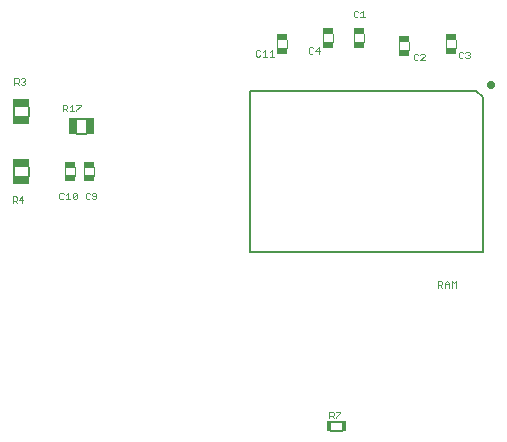
<source format=gto>
G75*
%MOIN*%
%OFA0B0*%
%FSLAX25Y25*%
%IPPOS*%
%LPD*%
%AMOC8*
5,1,8,0,0,1.08239X$1,22.5*
%
%ADD10C,0.00600*%
%ADD11R,0.05512X0.02559*%
%ADD12C,0.00300*%
%ADD13R,0.02559X0.05512*%
%ADD14C,0.00400*%
%ADD15R,0.03740X0.01969*%
%ADD16C,0.01969*%
%ADD17R,0.01600X0.03400*%
D10*
X0059300Y0115186D02*
X0059300Y0118414D01*
X0064300Y0118414D02*
X0064300Y0115186D01*
X0080186Y0129300D02*
X0083414Y0129300D01*
X0083414Y0134300D02*
X0080186Y0134300D01*
X0064300Y0135186D02*
X0064300Y0138414D01*
X0059300Y0138414D02*
X0059300Y0135186D01*
X0138070Y0143719D02*
X0138070Y0089881D01*
X0215530Y0089881D01*
X0215530Y0141621D01*
X0213432Y0143719D01*
X0138070Y0143719D01*
X0165099Y0033202D02*
X0168501Y0033202D01*
X0168501Y0030398D02*
X0165099Y0030398D01*
D11*
X0061806Y0113920D03*
X0061806Y0119720D03*
X0061794Y0133880D03*
X0061794Y0139680D03*
D12*
X0058825Y0108427D02*
X0058825Y0106325D01*
X0058825Y0107026D02*
X0059876Y0107026D01*
X0060226Y0107376D01*
X0060226Y0108076D01*
X0059876Y0108427D01*
X0058825Y0108427D01*
X0059526Y0107026D02*
X0060226Y0106325D01*
X0061035Y0107376D02*
X0062436Y0107376D01*
X0062086Y0108427D02*
X0061035Y0107376D01*
X0062086Y0106325D02*
X0062086Y0108427D01*
X0074450Y0107925D02*
X0074800Y0107575D01*
X0075501Y0107575D01*
X0075851Y0107925D01*
X0076660Y0107575D02*
X0078061Y0107575D01*
X0077360Y0107575D02*
X0077360Y0109677D01*
X0076660Y0108976D01*
X0075851Y0109326D02*
X0075501Y0109677D01*
X0074800Y0109677D01*
X0074450Y0109326D01*
X0074450Y0107925D01*
X0078870Y0107925D02*
X0078870Y0109326D01*
X0079220Y0109677D01*
X0079921Y0109677D01*
X0080271Y0109326D01*
X0078870Y0107925D01*
X0079220Y0107575D01*
X0079921Y0107575D01*
X0080271Y0107925D01*
X0080271Y0109326D01*
X0083200Y0109326D02*
X0083200Y0107925D01*
X0083550Y0107575D01*
X0084251Y0107575D01*
X0084601Y0107925D01*
X0085410Y0107925D02*
X0085760Y0107575D01*
X0086461Y0107575D01*
X0086811Y0107925D01*
X0086811Y0109326D01*
X0086461Y0109677D01*
X0085760Y0109677D01*
X0085410Y0109326D01*
X0085410Y0108976D01*
X0085760Y0108626D01*
X0086811Y0108626D01*
X0084601Y0109326D02*
X0084251Y0109677D01*
X0083550Y0109677D01*
X0083200Y0109326D01*
X0080120Y0136950D02*
X0080120Y0137300D01*
X0081521Y0138701D01*
X0081521Y0139052D01*
X0080120Y0139052D01*
X0078610Y0139052D02*
X0078610Y0136950D01*
X0077910Y0136950D02*
X0079311Y0136950D01*
X0077910Y0138351D02*
X0078610Y0139052D01*
X0077101Y0138701D02*
X0077101Y0138001D01*
X0076751Y0137651D01*
X0075700Y0137651D01*
X0076401Y0137651D02*
X0077101Y0136950D01*
X0075700Y0136950D02*
X0075700Y0139052D01*
X0076751Y0139052D01*
X0077101Y0138701D01*
X0063061Y0146050D02*
X0062711Y0145700D01*
X0062010Y0145700D01*
X0061660Y0146050D01*
X0060851Y0145700D02*
X0060151Y0146401D01*
X0060501Y0146401D02*
X0059450Y0146401D01*
X0059450Y0145700D02*
X0059450Y0147802D01*
X0060501Y0147802D01*
X0060851Y0147451D01*
X0060851Y0146751D01*
X0060501Y0146401D01*
X0061660Y0147451D02*
X0062010Y0147802D01*
X0062711Y0147802D01*
X0063061Y0147451D01*
X0063061Y0147101D01*
X0062711Y0146751D01*
X0063061Y0146401D01*
X0063061Y0146050D01*
X0062711Y0146751D02*
X0062360Y0146751D01*
X0140075Y0155425D02*
X0140425Y0155075D01*
X0141126Y0155075D01*
X0141476Y0155425D01*
X0142285Y0155075D02*
X0143686Y0155075D01*
X0142985Y0155075D02*
X0142985Y0157177D01*
X0142285Y0156476D01*
X0141476Y0156826D02*
X0141126Y0157177D01*
X0140425Y0157177D01*
X0140075Y0156826D01*
X0140075Y0155425D01*
X0144495Y0155075D02*
X0145896Y0155075D01*
X0145195Y0155075D02*
X0145195Y0157177D01*
X0144495Y0156476D01*
X0157575Y0156363D02*
X0157925Y0156013D01*
X0158626Y0156013D01*
X0158976Y0156363D01*
X0159785Y0157063D02*
X0161186Y0157063D01*
X0160836Y0156013D02*
X0160836Y0158114D01*
X0159785Y0157063D01*
X0158976Y0157764D02*
X0158626Y0158114D01*
X0157925Y0158114D01*
X0157575Y0157764D01*
X0157575Y0156363D01*
X0172575Y0168550D02*
X0172925Y0168200D01*
X0173626Y0168200D01*
X0173976Y0168550D01*
X0174785Y0168200D02*
X0176186Y0168200D01*
X0175485Y0168200D02*
X0175485Y0170302D01*
X0174785Y0169601D01*
X0173976Y0169951D02*
X0173626Y0170302D01*
X0172925Y0170302D01*
X0172575Y0169951D01*
X0172575Y0168550D01*
X0192575Y0155576D02*
X0192575Y0154175D01*
X0192925Y0153825D01*
X0193626Y0153825D01*
X0193976Y0154175D01*
X0194785Y0153825D02*
X0196186Y0155226D01*
X0196186Y0155576D01*
X0195836Y0155927D01*
X0195135Y0155927D01*
X0194785Y0155576D01*
X0193976Y0155576D02*
X0193626Y0155927D01*
X0192925Y0155927D01*
X0192575Y0155576D01*
X0194785Y0153825D02*
X0196186Y0153825D01*
X0207575Y0154800D02*
X0207925Y0154450D01*
X0208626Y0154450D01*
X0208976Y0154800D01*
X0209785Y0154800D02*
X0210135Y0154450D01*
X0210836Y0154450D01*
X0211186Y0154800D01*
X0211186Y0155151D01*
X0210836Y0155501D01*
X0210485Y0155501D01*
X0210836Y0155501D02*
X0211186Y0155851D01*
X0211186Y0156201D01*
X0210836Y0156552D01*
X0210135Y0156552D01*
X0209785Y0156201D01*
X0208976Y0156201D02*
X0208626Y0156552D01*
X0207925Y0156552D01*
X0207575Y0156201D01*
X0207575Y0154800D01*
X0206547Y0080183D02*
X0206547Y0078081D01*
X0205146Y0078081D02*
X0205146Y0080183D01*
X0205846Y0079483D01*
X0206547Y0080183D01*
X0204337Y0079483D02*
X0204337Y0078081D01*
X0204337Y0079132D02*
X0202936Y0079132D01*
X0202936Y0079483D02*
X0203636Y0080183D01*
X0204337Y0079483D01*
X0202936Y0079483D02*
X0202936Y0078081D01*
X0202127Y0078081D02*
X0201426Y0078782D01*
X0201777Y0078782D02*
X0200726Y0078782D01*
X0200726Y0078081D02*
X0200726Y0080183D01*
X0201777Y0080183D01*
X0202127Y0079833D01*
X0202127Y0079132D01*
X0201777Y0078782D01*
X0168061Y0036552D02*
X0166660Y0036552D01*
X0165851Y0036201D02*
X0165851Y0035501D01*
X0165501Y0035151D01*
X0164450Y0035151D01*
X0165151Y0035151D02*
X0165851Y0034450D01*
X0166660Y0034450D02*
X0166660Y0034800D01*
X0168061Y0036201D01*
X0168061Y0036552D01*
X0165851Y0036201D02*
X0165501Y0036552D01*
X0164450Y0036552D01*
X0164450Y0034450D01*
D13*
X0084680Y0131806D03*
X0078880Y0131806D03*
D14*
X0079700Y0118202D02*
X0079700Y0115398D01*
X0082599Y0115398D02*
X0082599Y0118202D01*
X0085950Y0118202D02*
X0085950Y0115398D01*
X0076349Y0115398D02*
X0076349Y0118202D01*
X0146974Y0157898D02*
X0146974Y0160702D01*
X0150325Y0160702D02*
X0150325Y0157898D01*
X0162287Y0159773D02*
X0162287Y0162577D01*
X0165637Y0162577D02*
X0165637Y0159773D01*
X0172599Y0159773D02*
X0172599Y0162577D01*
X0175950Y0162577D02*
X0175950Y0159773D01*
X0187599Y0160077D02*
X0187599Y0157273D01*
X0190950Y0157273D02*
X0190950Y0160077D01*
X0203224Y0160702D02*
X0203224Y0157898D01*
X0206575Y0157898D02*
X0206575Y0160702D01*
D15*
X0204905Y0161584D03*
X0204905Y0156984D03*
X0189280Y0156359D03*
X0189280Y0160959D03*
X0174280Y0158859D03*
X0174280Y0163459D03*
X0163967Y0163459D03*
X0163967Y0158859D03*
X0148655Y0156984D03*
X0148655Y0161584D03*
X0084280Y0119084D03*
X0084280Y0114484D03*
X0078030Y0114484D03*
X0078030Y0119084D03*
D16*
X0217991Y0145589D02*
X0217993Y0145628D01*
X0217999Y0145667D01*
X0218009Y0145705D01*
X0218022Y0145742D01*
X0218039Y0145777D01*
X0218059Y0145811D01*
X0218083Y0145842D01*
X0218110Y0145871D01*
X0218139Y0145897D01*
X0218171Y0145920D01*
X0218205Y0145940D01*
X0218241Y0145956D01*
X0218278Y0145968D01*
X0218317Y0145977D01*
X0218356Y0145982D01*
X0218395Y0145983D01*
X0218434Y0145980D01*
X0218473Y0145973D01*
X0218510Y0145962D01*
X0218547Y0145948D01*
X0218582Y0145930D01*
X0218615Y0145909D01*
X0218646Y0145884D01*
X0218674Y0145857D01*
X0218699Y0145827D01*
X0218721Y0145794D01*
X0218740Y0145760D01*
X0218755Y0145724D01*
X0218767Y0145686D01*
X0218775Y0145648D01*
X0218779Y0145609D01*
X0218779Y0145569D01*
X0218775Y0145530D01*
X0218767Y0145492D01*
X0218755Y0145454D01*
X0218740Y0145418D01*
X0218721Y0145384D01*
X0218699Y0145351D01*
X0218674Y0145321D01*
X0218646Y0145294D01*
X0218615Y0145269D01*
X0218582Y0145248D01*
X0218547Y0145230D01*
X0218510Y0145216D01*
X0218473Y0145205D01*
X0218434Y0145198D01*
X0218395Y0145195D01*
X0218356Y0145196D01*
X0218317Y0145201D01*
X0218278Y0145210D01*
X0218241Y0145222D01*
X0218205Y0145238D01*
X0218171Y0145258D01*
X0218139Y0145281D01*
X0218110Y0145307D01*
X0218083Y0145336D01*
X0218059Y0145367D01*
X0218039Y0145401D01*
X0218022Y0145436D01*
X0218009Y0145473D01*
X0217999Y0145511D01*
X0217993Y0145550D01*
X0217991Y0145589D01*
D17*
X0169300Y0031800D03*
X0164300Y0031800D03*
M02*

</source>
